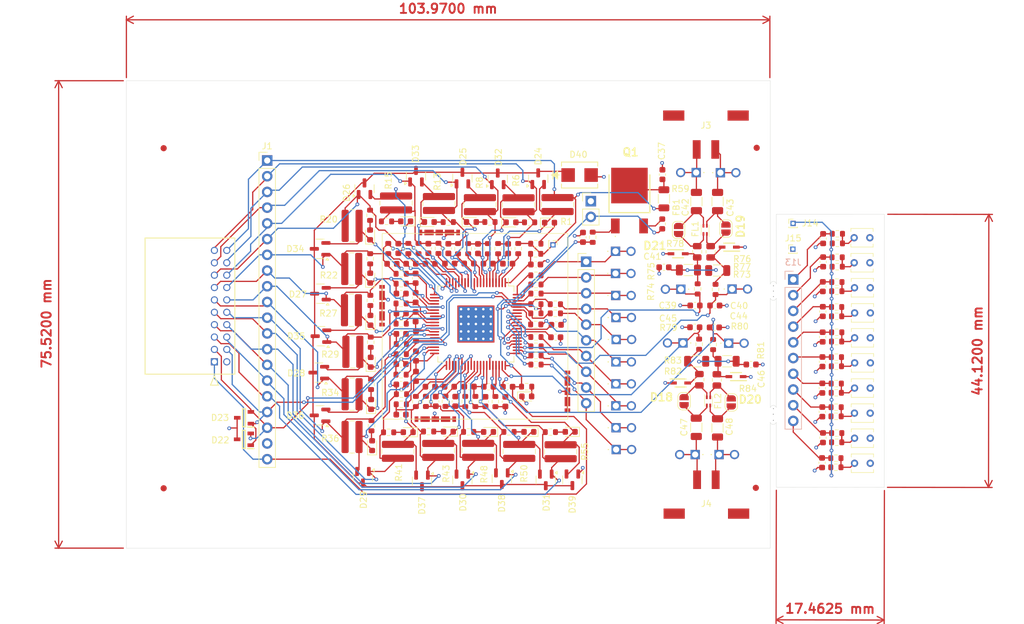
<source format=kicad_pcb>
(kicad_pcb
	(version 20240108)
	(generator "pcbnew")
	(generator_version "8.0")
	(general
		(thickness 1.6)
		(legacy_teardrops no)
	)
	(paper "A4")
	(layers
		(0 "F.Cu" signal)
		(1 "In1.Cu" signal)
		(2 "In2.Cu" signal)
		(31 "B.Cu" signal)
		(32 "B.Adhes" user "B.Adhesive")
		(33 "F.Adhes" user "F.Adhesive")
		(34 "B.Paste" user)
		(35 "F.Paste" user)
		(36 "B.SilkS" user "B.Silkscreen")
		(37 "F.SilkS" user "F.Silkscreen")
		(38 "B.Mask" user)
		(39 "F.Mask" user)
		(40 "Dwgs.User" user "User.Drawings")
		(41 "Cmts.User" user "User.Comments")
		(42 "Eco1.User" user "User.Eco1")
		(43 "Eco2.User" user "User.Eco2")
		(44 "Edge.Cuts" user)
		(45 "Margin" user)
		(46 "B.CrtYd" user "B.Courtyard")
		(47 "F.CrtYd" user "F.Courtyard")
		(48 "B.Fab" user)
		(49 "F.Fab" user)
		(50 "User.1" user)
		(51 "User.2" user)
		(52 "User.3" user)
		(53 "User.4" user)
		(54 "User.5" user)
		(55 "User.6" user)
		(56 "User.7" user)
		(57 "User.8" user)
		(58 "User.9" user)
	)
	(setup
		(stackup
			(layer "F.SilkS"
				(type "Top Silk Screen")
			)
			(layer "F.Paste"
				(type "Top Solder Paste")
			)
			(layer "F.Mask"
				(type "Top Solder Mask")
				(thickness 0.01)
			)
			(layer "F.Cu"
				(type "copper")
				(thickness 0.035)
			)
			(layer "dielectric 1"
				(type "prepreg")
				(thickness 0.1)
				(material "FR4")
				(epsilon_r 4.5)
				(loss_tangent 0.02)
			)
			(layer "In1.Cu"
				(type "copper")
				(thickness 0.035)
			)
			(layer "dielectric 2"
				(type "core")
				(thickness 1.24)
				(material "FR4")
				(epsilon_r 4.5)
				(loss_tangent 0.02)
			)
			(layer "In2.Cu"
				(type "copper")
				(thickness 0.035)
			)
			(layer "dielectric 3"
				(type "prepreg")
				(thickness 0.1)
				(material "FR4")
				(epsilon_r 4.5)
				(loss_tangent 0.02)
			)
			(layer "B.Cu"
				(type "copper")
				(thickness 0.035)
			)
			(layer "B.Mask"
				(type "Bottom Solder Mask")
				(thickness 0.01)
			)
			(layer "B.Paste"
				(type "Bottom Solder Paste")
			)
			(layer "B.SilkS"
				(type "Bottom Silk Screen")
			)
			(copper_finish "None")
			(dielectric_constraints no)
		)
		(pad_to_mask_clearance 0)
		(allow_soldermask_bridges_in_footprints no)
		(pcbplotparams
			(layerselection 0x00010fc_ffffffff)
			(plot_on_all_layers_selection 0x0000000_00000000)
			(disableapertmacros no)
			(usegerberextensions no)
			(usegerberattributes yes)
			(usegerberadvancedattributes yes)
			(creategerberjobfile yes)
			(dashed_line_dash_ratio 12.000000)
			(dashed_line_gap_ratio 3.000000)
			(svgprecision 4)
			(plotframeref no)
			(viasonmask no)
			(mode 1)
			(useauxorigin no)
			(hpglpennumber 1)
			(hpglpenspeed 20)
			(hpglpendiameter 15.000000)
			(pdf_front_fp_property_popups yes)
			(pdf_back_fp_property_popups yes)
			(dxfpolygonmode yes)
			(dxfimperialunits yes)
			(dxfusepcbnewfont yes)
			(psnegative no)
			(psa4output no)
			(plotreference yes)
			(plotvalue yes)
			(plotfptext yes)
			(plotinvisibletext no)
			(sketchpadsonfab no)
			(subtractmaskfromsilk no)
			(outputformat 1)
			(mirror no)
			(drillshape 1)
			(scaleselection 1)
			(outputdirectory "")
		)
	)
	(net 0 "")
	(net 1 "/FilterBalancingNetwork/CB")
	(net 2 "/FilterBalancingNetwork/CB:A")
	(net 3 "/FilterBalancingNetwork/CA")
	(net 4 "/Cell 15{slash}16")
	(net 5 "/FilterBalancingNetwork/SBP")
	(net 6 "/Cell 15{slash}14")
	(net 7 "/FilterBalancingNetwork/SAP")
	(net 8 "/FilterBalancingNetwork1/CB:A")
	(net 9 "/FilterBalancingNetwork1/CB")
	(net 10 "/FilterBalancingNetwork1/CA")
	(net 11 "/Cell 14{slash}13")
	(net 12 "/FilterBalancingNetwork1/SBP")
	(net 13 "/Cell 13{slash}12")
	(net 14 "/FilterBalancingNetwork1/SAP")
	(net 15 "/FilterBalancingNetwork2/CB:A")
	(net 16 "/FilterBalancingNetwork2/CB")
	(net 17 "/FilterBalancingNetwork2/CA")
	(net 18 "/Cell 12{slash}11")
	(net 19 "/FilterBalancingNetwork2/SBP")
	(net 20 "/FilterBalancingNetwork2/SAP")
	(net 21 "/Cell 11{slash}10")
	(net 22 "/FilterBalancingNetwork3/CB:A")
	(net 23 "/FilterBalancingNetwork3/CB")
	(net 24 "/FilterBalancingNetwork3/CA")
	(net 25 "/FilterBalancingNetwork3/SBP")
	(net 26 "/Cell 10{slash}9")
	(net 27 "/FilterBalancingNetwork3/SAP")
	(net 28 "/Cell 9{slash}8")
	(net 29 "/FilterBalancingNetwork4/CB:A")
	(net 30 "/FilterBalancingNetwork4/CB")
	(net 31 "/FilterBalancingNetwork4/CA")
	(net 32 "/FilterBalancingNetwork4/SBP")
	(net 33 "/Cell 8{slash}7")
	(net 34 "/Cell 7{slash}6")
	(net 35 "/FilterBalancingNetwork4/SAP")
	(net 36 "/FilterBalancingNetwork5/CB:A")
	(net 37 "/FilterBalancingNetwork5/CB")
	(net 38 "/FilterBalancingNetwork5/CA")
	(net 39 "/FilterBalancingNetwork5/SBP")
	(net 40 "/Cell 6{slash}5")
	(net 41 "/Cell 5{slash}4")
	(net 42 "/FilterBalancingNetwork5/SAP")
	(net 43 "/FilterBalancingNetwork6/CB")
	(net 44 "/FilterBalancingNetwork6/CB:A")
	(net 45 "/FilterBalancingNetwork6/CA")
	(net 46 "/FilterBalancingNetwork6/SBP")
	(net 47 "/Cell 4{slash}3")
	(net 48 "/Cell 3{slash}2")
	(net 49 "/FilterBalancingNetwork6/SAP")
	(net 50 "/FilterBalancingNetwork7/CB:A")
	(net 51 "/FilterBalancingNetwork7/CB")
	(net 52 "/FilterBalancingNetwork7/CA")
	(net 53 "/FilterBalancingNetwork7/SBP")
	(net 54 "/Cell 2{slash}1")
	(net 55 "GND")
	(net 56 "/FilterBalancingNetwork7/SAP")
	(net 57 "Net-(U2-V+)")
	(net 58 "Net-(U2-VREF1)")
	(net 59 "Net-(U2-VREF2)")
	(net 60 "+5V")
	(net 61 "Net-(Q1-C)")
	(net 62 "Net-(U2-DRIVE)")
	(net 63 "Net-(U2-IPB)")
	(net 64 "Net-(U2-IMB)")
	(net 65 "Net-(C41-Pad2)")
	(net 66 "Net-(J3-Pin_1)")
	(net 67 "Net-(J3-Pin_2)")
	(net 68 "Net-(U2-CSB(IMA))")
	(net 69 "Net-(U2-SCK(IPA))")
	(net 70 "Net-(C46-Pad2)")
	(net 71 "Net-(J4-Pin_1)")
	(net 72 "Clamp")
	(net 73 "Net-(J4-Pin_2)")
	(net 74 "Net-(D1-A)")
	(net 75 "Net-(D2-A)")
	(net 76 "Net-(D3-A)")
	(net 77 "Net-(D4-A)")
	(net 78 "Net-(D5-A)")
	(net 79 "Net-(D6-A)")
	(net 80 "Net-(D7-A)")
	(net 81 "Net-(D8-A)")
	(net 82 "Net-(D9-A)")
	(net 83 "Net-(D10-A)")
	(net 84 "Net-(D11-A)")
	(net 85 "Net-(D12-A)")
	(net 86 "Net-(D13-A)")
	(net 87 "Net-(D14-A)")
	(net 88 "Net-(D15-A)")
	(net 89 "Net-(D16-A)")
	(net 90 "Net-(D17-A)")
	(net 91 "Net-(Q1-E)")
	(net 92 "Net-(Q1-B)")
	(net 93 "VBUS")
	(net 94 "Net-(J2-Pin_1)")
	(net 95 "Net-(U2-GPIO1)")
	(net 96 "Net-(J2-Pin_2)")
	(net 97 "Net-(U2-GPIO2)")
	(net 98 "Net-(U2-GPIO3)")
	(net 99 "Net-(J2-Pin_3)")
	(net 100 "Net-(J2-Pin_4)")
	(net 101 "/TMP_SDA")
	(net 102 "Net-(J2-Pin_5)")
	(net 103 "/TMP_SCL")
	(net 104 "Net-(J2-Pin_6)")
	(net 105 "Net-(U2-GPIO6)")
	(net 106 "Net-(J2-Pin_7)")
	(net 107 "Net-(U2-GPIO7)")
	(net 108 "Net-(U2-GPIO8)")
	(net 109 "Net-(J2-Pin_8)")
	(net 110 "Net-(U2-GPIO9)")
	(net 111 "Net-(J2-Pin_9)")
	(net 112 "Net-(J2-Pin_10)")
	(net 113 "Net-(U2-GPIO10)")
	(net 114 "Net-(D19-A2)")
	(net 115 "Net-(D21-A2)")
	(net 116 "Net-(D18-A2)")
	(net 117 "Net-(D20-A2)")
	(net 118 "unconnected-(U2-NC-Pad66)")
	(net 119 "/NTC/V_out_1")
	(net 120 "/NTC/V_out_5")
	(net 121 "/NTC/V_out_2")
	(net 122 "/NTC/V_out_6")
	(net 123 "/NTC/V_out_3")
	(net 124 "/NTC/V_out_7")
	(net 125 "/NTC/V_out_4")
	(net 126 "/NTC/V_out_8")
	(net 127 "/NTC/V_out_9")
	(net 128 "/NTC/V_out_10")
	(net 129 "Net-(JP4-B)")
	(net 130 "Net-(JP1-B)")
	(net 131 "Net-(JP3-B)")
	(net 132 "Net-(JP2-B)")
	(net 133 "Net-(JP4-A)")
	(net 134 "Net-(JP1-A)")
	(net 135 "Net-(JP2-A)")
	(net 136 "Net-(JP3-A)")
	(net 137 "Net-(R85-Pad2)")
	(net 138 "Net-(R86-Pad2)")
	(net 139 "Net-(R88-Pad2)")
	(net 140 "Net-(R90-Pad2)")
	(net 141 "Net-(R92-Pad2)")
	(net 142 "Net-(R94-Pad2)")
	(net 143 "Net-(R97-Pad2)")
	(net 144 "Net-(R100-Pad1)")
	(net 145 "Net-(R101-Pad2)")
	(net 146 "Net-(R103-Pad2)")
	(net 147 "GND1")
	(net 148 "+5V_NTC")
	(footprint "Resistor_SMD:R_0603_1608Metric" (layer "F.Cu") (at 107.07 69.04 -90))
	(footprint "Resistor_SMD:R_0805_2012Metric" (layer "F.Cu") (at 159.93 74.9375 90))
	(footprint "Capacitor_SMD:C_0603_1608Metric" (layer "F.Cu") (at 168.63875 93.14875 180))
	(footprint "Capacitor_SMD:C_0603_1608Metric" (layer "F.Cu") (at 180.275 72.81 -90))
	(footprint "Resistor_SMD:R_0603_1608Metric" (layer "F.Cu") (at 112.15 97.95))
	(footprint "Resistor_SMD:R_1206_3216Metric" (layer "F.Cu") (at 154.55 66.38 90))
	(footprint "Slave:5025" (layer "F.Cu") (at 146.79 96.28))
	(footprint "Resistor_SMD:R_1020_2550Metric" (layer "F.Cu") (at 118.09 107.03 90))
	(footprint "LED_SMD:LED_0603_1608Metric" (layer "F.Cu") (at 132.39 98.31))
	(footprint "Slave:SMBJ75A-13-F" (layer "F.Cu") (at 140.93 62.54))
	(footprint "Capacitor_SMD:C_0603_1608Metric" (layer "F.Cu") (at 180.225 84.59 -90))
	(footprint "Slave:5025" (layer "F.Cu") (at 157.29 80.9875 180))
	(footprint "Capacitor_SMD:C_0603_1608Metric" (layer "F.Cu") (at 123.06 76.84 180))
	(footprint "Resistor_SMD:R_0603_1608Metric" (layer "F.Cu") (at 118.12 74.39 -90))
	(footprint "Resistor_SMD:R_1020_2550Metric" (layer "F.Cu") (at 111.57 107.18 90))
	(footprint "Slave:5025" (layer "F.Cu") (at 146.81 103.37))
	(footprint "Slave:5025" (layer "F.Cu") (at 146.76 82))
	(footprint "Package_TO_SOT_SMD:SOT-23" (layer "F.Cu") (at 127.7 63.15 90))
	(footprint "Resistor_SMD:R_0603_1608Metric" (layer "F.Cu") (at 182.575 72.03 180))
	(footprint "Resistor_SMD:R_0603_1608Metric" (layer "F.Cu") (at 112.1 86.56))
	(footprint "Slave:NTCLE203E3103JB0" (layer "F.Cu") (at 185.285 72.67))
	(footprint "Resistor_SMD:R_0603_1608Metric" (layer "F.Cu") (at 160.23875 89.86875 -90))
	(footprint "Package_TO_SOT_SMD:SOT-23" (layer "F.Cu") (at 139.76 111.78 -90))
	(footprint "Resistor_SMD:R_0603_1608Metric" (layer "F.Cu") (at 133.87 88.71))
	(footprint "LED_SMD:LED_0603_1608Metric" (layer "F.Cu") (at 139.402501 104.029999 180))
	(footprint "Jumper:SolderJumper-2_P1.3mm_Open_RoundedPad1.0x1.5mm" (layer "F.Cu") (at 157.80875 99.07875 -90))
	(footprint "Resistor_SMD:R_0603_1608Metric" (layer "F.Cu") (at 107.12 82.8 -90))
	(footprint "Resistor_SMD:R_0603_1608Metric" (layer "F.Cu") (at 133.87 78.74))
	(footprint "Inductor_SMD:L_0603_1608Metric" (layer "F.Cu") (at 154.28 70.44 -90))
	(footprint "LED_SMD:LED_0603_1608Metric" (layer "F.Cu") (at 107.4 106.26 90))
	(footprint "Package_TO_SOT_SMD:SOT-23" (layer "F.Cu") (at 114.49 62.72 90))
	(footprint "Capacitor_SMD:C_0603_1608Metric" (layer "F.Cu") (at 119.94 76.85 180))
	(footprint "Resistor_SMD:R_0603_1608Metric" (layer "F.Cu") (at 107.09 76.07 -90))
	(footprint "Capacitor_SMD:C_1206_3216Metric" (layer "F.Cu") (at 159.77875 103.30375 -90))
	(footprint "Resistor_SMD:R_0603_1608Metric" (layer "F.Cu") (at 132.85 70.18 180))
	(footprint "Slave:MJD31CAJ" (layer "F.Cu") (at 148.98 66.66))
	(footprint "Capacitor_SMD:C_0603_1608Metric" (layer "F.Cu") (at 162.77 83.6175))
	(footprint "Slave:NTCLE203E3103JB0" (layer "F.Cu") (at 185.37 92.89))
	(footprint "Resistor_SMD:R_0603_1608Metric" (layer "F.Cu") (at 123 104.04))
	(footprint "Capacitor_SMD:C_1206_3216Metric"
		(layer "F.Cu")
		(uuid "2e4eec28-ece9-4c8e-90eb-4f23ef96c780")
		(at 163.22 66.8175 -90)
		(descr "Capacitor SMD 1206 (3216 Metric), square (rectangular) end terminal, IPC_7351 nominal, (Body size source: IPC-SM-782 page 76, https://www.pcb-3d.com/wordpress/wp-content/uploads/ipc-sm-782a_amendment_1_and_2.pdf), generated with kicad-footprint-generator")
		(tags "capacitor")
		(property "Reference" "C43"
			(at 0.9925 -2.05 90)
			(layer "F.SilkS")
			(uuid "dd41c948-56d2-4733-9a60-dc4
... [2144996 chars truncated]
</source>
